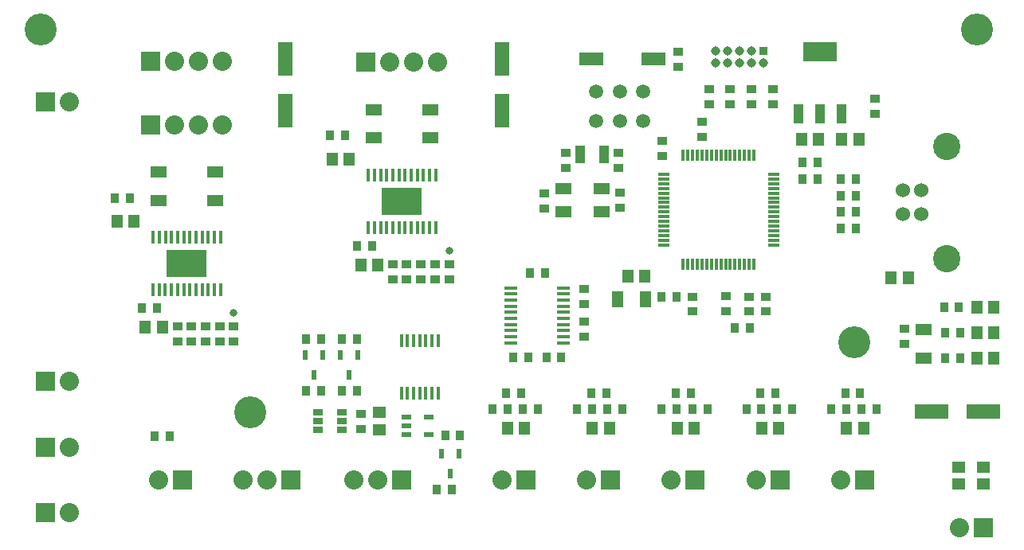
<source format=gts>
G04 #@! TF.FileFunction,Soldermask,Top*
%FSLAX46Y46*%
G04 Gerber Fmt 4.6, Leading zero omitted, Abs format (unit mm)*
G04 Created by KiCad (PCBNEW 4.0.1-stable) date 2018/01/12 13:37:46*
%MOMM*%
G01*
G04 APERTURE LIST*
%ADD10C,0.150000*%
%ADD11R,1.800860X1.198880*%
%ADD12C,0.800100*%
%ADD13C,1.524000*%
%ADD14C,2.900000*%
%ADD15R,1.470660X0.419100*%
%ADD16R,0.419100X1.470660*%
%ADD17R,1.000000X0.550000*%
%ADD18R,1.000760X0.701040*%
%ADD19R,0.599440X1.000760*%
%ADD20R,3.657600X2.032000*%
%ADD21R,1.016000X2.032000*%
%ADD22R,1.800860X1.150620*%
%ADD23R,0.949960X1.000760*%
%ADD24R,1.000760X0.949960*%
%ADD25C,1.500000*%
%ADD26R,0.970000X0.970000*%
%ADD27C,0.970000*%
%ADD28R,0.299720X1.297940*%
%ADD29R,1.297940X0.299720*%
%ADD30R,2.600000X1.400000*%
%ADD31R,1.150620X1.450340*%
%ADD32R,1.600200X3.599180*%
%ADD33R,1.150620X1.800860*%
%ADD34R,1.450340X1.150620*%
%ADD35R,2.032000X2.032000*%
%ADD36C,2.032000*%
%ADD37R,1.100000X1.900000*%
%ADD38R,3.599180X1.600200*%
%ADD39C,3.400000*%
%ADD40R,0.369100X1.470660*%
%ADD41R,4.320540X2.999740*%
G04 APERTURE END LIST*
D10*
D11*
X92298980Y-47301120D03*
X88301020Y-47301120D03*
X88301020Y-49698880D03*
X92298980Y-49698880D03*
D12*
X76125000Y-53875000D03*
X53250000Y-60500000D03*
D13*
X124301000Y-47480000D03*
X124301000Y-50020000D03*
X126299980Y-50020000D03*
X126299980Y-47480000D03*
D14*
X129000000Y-42750520D03*
X129000000Y-54749480D03*
D15*
X82700920Y-60424880D03*
X82700920Y-61075120D03*
X82700920Y-61725360D03*
X82700920Y-62375600D03*
X88294000Y-58484320D03*
X82700920Y-58474160D03*
X82700920Y-59124400D03*
X82700920Y-59774640D03*
X88299080Y-63025840D03*
X88299080Y-62375600D03*
X88299080Y-61725360D03*
X88299080Y-61075120D03*
X88299080Y-60424880D03*
X88299080Y-59774640D03*
X82700920Y-63025840D03*
X88294000Y-59124400D03*
X82700920Y-57823920D03*
X82700920Y-63676080D03*
X88299080Y-63676080D03*
X88299080Y-57823920D03*
D16*
X73000000Y-63450920D03*
X72349760Y-63450920D03*
X71699520Y-63450920D03*
X71049280Y-63450920D03*
X71049280Y-69049080D03*
X74950720Y-63450920D03*
X74300480Y-63450920D03*
X73650240Y-63450920D03*
X71699520Y-69049080D03*
X72349760Y-69049080D03*
X73000000Y-69049080D03*
X73650240Y-69049080D03*
X74300480Y-69049080D03*
X74950720Y-69049080D03*
D17*
X71550000Y-71550000D03*
X71550000Y-72500000D03*
X71550000Y-73450000D03*
X73950000Y-73450000D03*
X73950000Y-71550000D03*
D18*
X62230000Y-72952500D03*
X62230000Y-72000000D03*
X62230000Y-71047500D03*
X64770000Y-71047500D03*
X64770000Y-72000000D03*
X64770000Y-72952500D03*
D19*
X77202500Y-75443360D03*
X76250000Y-77556640D03*
X75297500Y-75443360D03*
X62702500Y-64943360D03*
X61750000Y-67056640D03*
X60797500Y-64943360D03*
D20*
X115500000Y-32698000D03*
D21*
X115500000Y-39302000D03*
X117786000Y-39302000D03*
X113214000Y-39302000D03*
D22*
X51250000Y-48501140D03*
X51250000Y-45498860D03*
X74125000Y-41876140D03*
X74125000Y-38873860D03*
X68125000Y-41876140D03*
X68125000Y-38873860D03*
X45250000Y-48501140D03*
X45250000Y-45498860D03*
X126500000Y-62298860D03*
X126500000Y-65301140D03*
D23*
X110800100Y-69000000D03*
X109199900Y-69000000D03*
X119300100Y-51500000D03*
X117699900Y-51500000D03*
X100300100Y-58800000D03*
X98699900Y-58800000D03*
X91300100Y-70750000D03*
X89699900Y-70750000D03*
X92800100Y-69000000D03*
X91199900Y-69000000D03*
X109300100Y-70750000D03*
X107699900Y-70750000D03*
D24*
X103000000Y-40199900D03*
X103000000Y-41800100D03*
D23*
X83800100Y-69000000D03*
X82199900Y-69000000D03*
X82300100Y-70750000D03*
X80699900Y-70750000D03*
X44799900Y-73600000D03*
X46400100Y-73600000D03*
D24*
X110500000Y-38300100D03*
X110500000Y-36699900D03*
D23*
X101800100Y-69000000D03*
X100199900Y-69000000D03*
D24*
X106000000Y-38300100D03*
X106000000Y-36699900D03*
X103750000Y-38300100D03*
X103750000Y-36699900D03*
D23*
X119800100Y-69000000D03*
X118199900Y-69000000D03*
D24*
X108250000Y-38300100D03*
X108250000Y-36699900D03*
D23*
X119300100Y-48000000D03*
X117699900Y-48000000D03*
X119300100Y-49750000D03*
X117699900Y-49750000D03*
X77300100Y-73500000D03*
X75699900Y-73500000D03*
X119300100Y-46250000D03*
X117699900Y-46250000D03*
X106449900Y-62050000D03*
X108050100Y-62050000D03*
X130400100Y-62600000D03*
X128799900Y-62600000D03*
X62550100Y-68750000D03*
X60949900Y-68750000D03*
X130300100Y-59900000D03*
X128699900Y-59900000D03*
X130400100Y-65300000D03*
X128799900Y-65300000D03*
X64699900Y-63250000D03*
X66300100Y-63250000D03*
X66300100Y-68750000D03*
X64699900Y-68750000D03*
X86300100Y-56250000D03*
X84699900Y-56250000D03*
X60949900Y-63250000D03*
X62550100Y-63250000D03*
X100300100Y-70750000D03*
X98699900Y-70750000D03*
X118300100Y-70750000D03*
X116699900Y-70750000D03*
D24*
X90500000Y-61449900D03*
X90500000Y-63050100D03*
X71625000Y-55324900D03*
X71625000Y-56925100D03*
D23*
X82949900Y-65250000D03*
X84550100Y-65250000D03*
X88050100Y-65250000D03*
X86449900Y-65250000D03*
D24*
X48750000Y-61949900D03*
X48750000Y-63550100D03*
X73125000Y-56925100D03*
X73125000Y-55324900D03*
X50250000Y-63550100D03*
X50250000Y-61949900D03*
X124500000Y-62199900D03*
X124500000Y-63800100D03*
D23*
X40599900Y-48300000D03*
X42200100Y-48300000D03*
X63499900Y-41600000D03*
X65100100Y-41600000D03*
D25*
X91750000Y-40100000D03*
X94250000Y-40100000D03*
X96750000Y-40100000D03*
X96750000Y-36900000D03*
X94250000Y-36900000D03*
X91750000Y-36900000D03*
D26*
X109540000Y-32615000D03*
D27*
X109540000Y-33885000D03*
X108270000Y-32615000D03*
X108270000Y-33885000D03*
X107000000Y-32615000D03*
X107000000Y-33885000D03*
X105730000Y-32615000D03*
X105730000Y-33885000D03*
X104460000Y-32615000D03*
X104460000Y-33885000D03*
D28*
X101000960Y-43701180D03*
X101501340Y-43701180D03*
X102001720Y-43701180D03*
X102502100Y-43701180D03*
X103002480Y-43701180D03*
X103500320Y-43701180D03*
X104000700Y-43701180D03*
X104501080Y-43701180D03*
X104998920Y-43701180D03*
X105499300Y-43701180D03*
X105999680Y-43701180D03*
X106497520Y-43701180D03*
X106997900Y-43701180D03*
X107498280Y-43701180D03*
X107998660Y-43701180D03*
X101501340Y-55298820D03*
X102001720Y-55298820D03*
X102502100Y-55298820D03*
X103002480Y-55298820D03*
X103500320Y-55298820D03*
X104000700Y-55298820D03*
X104501080Y-55298820D03*
X104998920Y-55298820D03*
X105499300Y-55298820D03*
X105999680Y-55298820D03*
X106497520Y-55298820D03*
X106997900Y-55298820D03*
X107498280Y-55298820D03*
X107998660Y-55298820D03*
X108499040Y-55298820D03*
D29*
X98900380Y-53249040D03*
X98900380Y-52748660D03*
X98900380Y-52248280D03*
X98900380Y-51747900D03*
X98900380Y-51247520D03*
X98900380Y-50749680D03*
X98900380Y-50249300D03*
X98900380Y-49748920D03*
X98900380Y-49251080D03*
X98900380Y-48750700D03*
X98900380Y-48250320D03*
X98900380Y-47752480D03*
X98900380Y-47252100D03*
X98900380Y-46751720D03*
X98900380Y-46251340D03*
X110599620Y-45750960D03*
X110599620Y-46251340D03*
X110599620Y-46751720D03*
X110599620Y-47252100D03*
X110599620Y-47752480D03*
X110599620Y-48250320D03*
X110599620Y-48750700D03*
X110599620Y-49251080D03*
X110599620Y-49748920D03*
X110599620Y-50249300D03*
X110599620Y-50749680D03*
X110599620Y-51247520D03*
X110599620Y-51747900D03*
X110599620Y-52248280D03*
X110599620Y-52748660D03*
D28*
X108499040Y-43701180D03*
D29*
X98900380Y-45750960D03*
D28*
X101000960Y-55298820D03*
D29*
X110599620Y-53249040D03*
D30*
X91200000Y-33500000D03*
X97800000Y-33500000D03*
D31*
X102149160Y-72750000D03*
X100350840Y-72750000D03*
X132200840Y-65300000D03*
X133999160Y-65300000D03*
X132200840Y-59900000D03*
X133999160Y-59900000D03*
X84149160Y-72750000D03*
X82350840Y-72750000D03*
X111149160Y-72750000D03*
X109350840Y-72750000D03*
X132200840Y-62600000D03*
X133999160Y-62600000D03*
X120149160Y-72750000D03*
X118350840Y-72750000D03*
X93149160Y-72750000D03*
X91350840Y-72750000D03*
D32*
X58750000Y-39000820D03*
X58750000Y-33499180D03*
X81750000Y-39000820D03*
X81750000Y-33499180D03*
D33*
X97001140Y-59050000D03*
X93998860Y-59050000D03*
D31*
X115399160Y-42000000D03*
X113600840Y-42000000D03*
X123100840Y-56750000D03*
X124899160Y-56750000D03*
D34*
X68750000Y-72899160D03*
X68750000Y-71100840D03*
D31*
X96899160Y-56550000D03*
X95100840Y-56550000D03*
X40850840Y-50750000D03*
X42649160Y-50750000D03*
X63725840Y-44125000D03*
X65524160Y-44125000D03*
X68524160Y-55375000D03*
X66725840Y-55375000D03*
X117850840Y-42000000D03*
X119649160Y-42000000D03*
X45649160Y-62000000D03*
X43850840Y-62000000D03*
D23*
X119949900Y-70750000D03*
X121550100Y-70750000D03*
D24*
X121400000Y-39300100D03*
X121400000Y-37699900D03*
D23*
X110949900Y-70750000D03*
X112550100Y-70750000D03*
X83949900Y-70750000D03*
X85550100Y-70750000D03*
D24*
X70125000Y-55324900D03*
X70125000Y-56925100D03*
X74625000Y-55324900D03*
X74625000Y-56925100D03*
X51750000Y-61949900D03*
X51750000Y-63550100D03*
X47250000Y-61949900D03*
X47250000Y-63550100D03*
D23*
X43449900Y-60000000D03*
X45050100Y-60000000D03*
X101949900Y-70750000D03*
X103550100Y-70750000D03*
D24*
X90500000Y-59550100D03*
X90500000Y-57949900D03*
X76125000Y-55324900D03*
X76125000Y-56925100D03*
X53250000Y-61949900D03*
X53250000Y-63550100D03*
D23*
X66324900Y-53375000D03*
X67925100Y-53375000D03*
D24*
X66750000Y-72800100D03*
X66750000Y-71199900D03*
X86200000Y-49400100D03*
X86200000Y-47799900D03*
X102000000Y-58749900D03*
X102000000Y-60350100D03*
D23*
X113699900Y-44500000D03*
X115300100Y-44500000D03*
D24*
X100500000Y-34300100D03*
X100500000Y-32699900D03*
X98750000Y-43800100D03*
X98750000Y-42199900D03*
X108000000Y-58749900D03*
X108000000Y-60350100D03*
D23*
X113699900Y-46250000D03*
X115300100Y-46250000D03*
D24*
X88500000Y-43499900D03*
X88500000Y-45100100D03*
X94100000Y-43499900D03*
X94100000Y-45100100D03*
X109750000Y-58749900D03*
X109750000Y-60350100D03*
D23*
X92949900Y-70750000D03*
X94550100Y-70750000D03*
D24*
X94300000Y-47699900D03*
X94300000Y-49300100D03*
D35*
X67290000Y-33800000D03*
D36*
X69830000Y-33800000D03*
X72370000Y-33800000D03*
X74910000Y-33800000D03*
D35*
X44440000Y-40500000D03*
D36*
X46980000Y-40500000D03*
X49520000Y-40500000D03*
X52060000Y-40500000D03*
D35*
X44440000Y-33750000D03*
D36*
X46980000Y-33750000D03*
X49520000Y-33750000D03*
X52060000Y-33750000D03*
D35*
X59290000Y-78250000D03*
D36*
X56750000Y-78250000D03*
X54210000Y-78250000D03*
D35*
X71040000Y-78250000D03*
D36*
X68500000Y-78250000D03*
X65960000Y-78250000D03*
D35*
X102270000Y-78250000D03*
D36*
X99730000Y-78250000D03*
D35*
X33230000Y-81750000D03*
D36*
X35770000Y-81750000D03*
D35*
X132870000Y-83300000D03*
D36*
X130330000Y-83300000D03*
D35*
X120270000Y-78250000D03*
D36*
X117730000Y-78250000D03*
D35*
X111270000Y-78250000D03*
D36*
X108730000Y-78250000D03*
D35*
X84270000Y-78250000D03*
D36*
X81730000Y-78250000D03*
D35*
X33230000Y-74750000D03*
D36*
X35770000Y-74750000D03*
D35*
X47770000Y-78250000D03*
D36*
X45230000Y-78250000D03*
D35*
X33230000Y-67750000D03*
D36*
X35770000Y-67750000D03*
D35*
X93270000Y-78250000D03*
D36*
X90730000Y-78250000D03*
D37*
X92550000Y-43600000D03*
X90050000Y-43600000D03*
D38*
X132850820Y-71000000D03*
X127349180Y-71000000D03*
D39*
X132200000Y-30300000D03*
X119200000Y-63600000D03*
X55000000Y-71100000D03*
X32700000Y-30300000D03*
D19*
X66452500Y-64943360D03*
X65500000Y-67056640D03*
X64547500Y-64943360D03*
D35*
X33230000Y-38000000D03*
D36*
X35770000Y-38000000D03*
D23*
X74799900Y-79300000D03*
X76400100Y-79300000D03*
D34*
X132900000Y-76900840D03*
X132900000Y-78699160D03*
X130300000Y-76900840D03*
X130300000Y-78699160D03*
D24*
X105500000Y-60300100D03*
X105500000Y-58699900D03*
D40*
X47924880Y-58049080D03*
X48575120Y-58049080D03*
X49225360Y-58049080D03*
X49875600Y-58049080D03*
X45984320Y-52456000D03*
X45974160Y-58049080D03*
X46624400Y-58049080D03*
X47274640Y-58049080D03*
X50525840Y-52450920D03*
X49875600Y-52450920D03*
X49225360Y-52450920D03*
X48575120Y-52450920D03*
X47924880Y-52450920D03*
X47274640Y-52450920D03*
X50525840Y-58049080D03*
X46624400Y-52456000D03*
X45323920Y-58049080D03*
X51176080Y-58049080D03*
X51176080Y-52450920D03*
X45323920Y-52450920D03*
X44676220Y-58049080D03*
X51823780Y-58049080D03*
X51823780Y-52450920D03*
X44676220Y-52450920D03*
D41*
X48250000Y-55250000D03*
D40*
X70794880Y-51419080D03*
X71445120Y-51419080D03*
X72095360Y-51419080D03*
X72745600Y-51419080D03*
X68854320Y-45826000D03*
X68844160Y-51419080D03*
X69494400Y-51419080D03*
X70144640Y-51419080D03*
X73395840Y-45820920D03*
X72745600Y-45820920D03*
X72095360Y-45820920D03*
X71445120Y-45820920D03*
X70794880Y-45820920D03*
X70144640Y-45820920D03*
X73395840Y-51419080D03*
X69494400Y-45826000D03*
X68193920Y-51419080D03*
X74046080Y-51419080D03*
X74046080Y-45820920D03*
X68193920Y-45820920D03*
X67546220Y-51419080D03*
X74693780Y-51419080D03*
X74693780Y-45820920D03*
X67546220Y-45820920D03*
D41*
X71120000Y-48620000D03*
M02*

</source>
